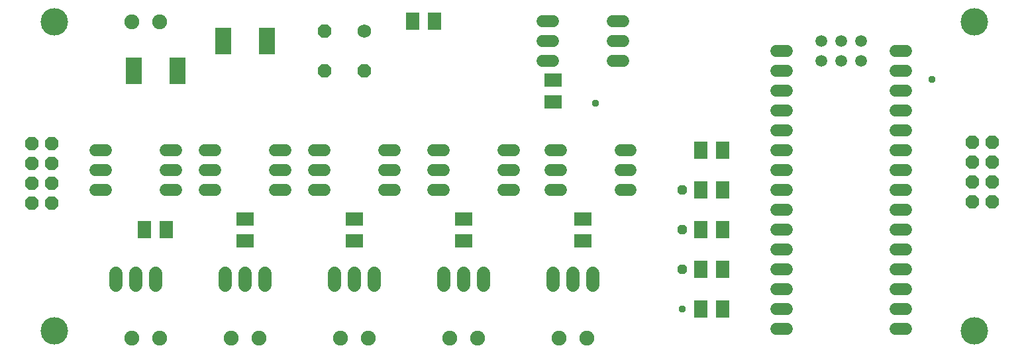
<source format=gbr>
G04 EAGLE Gerber RS-274X export*
G75*
%MOMM*%
%FSLAX34Y34*%
%LPD*%
%INSoldermask Top*%
%IPPOS*%
%AMOC8*
5,1,8,0,0,1.08239X$1,22.5*%
G01*
%ADD10C,3.503200*%
%ADD11C,1.727200*%
%ADD12P,1.869504X8X292.500000*%
%ADD13P,1.869504X8X112.500000*%
%ADD14P,1.869504X8X202.500000*%
%ADD15C,1.524000*%
%ADD16R,1.803200X2.203200*%
%ADD17R,2.203200X1.803200*%
%ADD18R,2.003200X3.403200*%
%ADD19C,1.727200*%
%ADD20C,1.511200*%
%ADD21C,1.511200*%
%ADD22C,1.903200*%
%ADD23C,0.959600*%
%ADD24P,1.302332X8X22.500000*%


D10*
X48000Y444000D03*
X48000Y48000D03*
X1224000Y48000D03*
X1224000Y444000D03*
D11*
X444500Y431800D03*
D12*
X444500Y381000D03*
D13*
X393700Y381000D03*
D14*
X393700Y431800D03*
D15*
X114300Y279400D02*
X101092Y279400D01*
X101092Y254000D02*
X114300Y254000D01*
X190500Y254000D02*
X203708Y254000D01*
X203708Y279400D02*
X190500Y279400D01*
X114300Y228600D02*
X101092Y228600D01*
X190500Y228600D02*
X203708Y228600D01*
X672592Y444500D02*
X685800Y444500D01*
X685800Y419100D02*
X672592Y419100D01*
X762000Y419100D02*
X775208Y419100D01*
X775208Y444500D02*
X762000Y444500D01*
X685800Y393700D02*
X672592Y393700D01*
X762000Y393700D02*
X775208Y393700D01*
X695800Y279400D02*
X682592Y279400D01*
X682592Y254000D02*
X695800Y254000D01*
X772000Y254000D02*
X785208Y254000D01*
X785208Y279400D02*
X772000Y279400D01*
X695800Y228600D02*
X682592Y228600D01*
X772000Y228600D02*
X785208Y228600D01*
X254000Y279400D02*
X240792Y279400D01*
X240792Y254000D02*
X254000Y254000D01*
X330200Y254000D02*
X343408Y254000D01*
X343408Y279400D02*
X330200Y279400D01*
X254000Y228600D02*
X240792Y228600D01*
X330200Y228600D02*
X343408Y228600D01*
X380492Y279400D02*
X393700Y279400D01*
X393700Y254000D02*
X380492Y254000D01*
X469900Y254000D02*
X483108Y254000D01*
X483108Y279400D02*
X469900Y279400D01*
X393700Y228600D02*
X380492Y228600D01*
X469900Y228600D02*
X483108Y228600D01*
X532892Y279400D02*
X546100Y279400D01*
X546100Y254000D02*
X532892Y254000D01*
X622300Y254000D02*
X635508Y254000D01*
X635508Y279400D02*
X622300Y279400D01*
X546100Y228600D02*
X532892Y228600D01*
X622300Y228600D02*
X635508Y228600D01*
D16*
X534700Y444500D03*
X506700Y444500D03*
X875000Y127000D03*
X903000Y127000D03*
D17*
X571500Y163800D03*
X571500Y191800D03*
D16*
X875000Y177800D03*
X903000Y177800D03*
D17*
X723900Y163800D03*
X723900Y191800D03*
D16*
X875000Y228600D03*
X903000Y228600D03*
D18*
X264100Y419100D03*
X320100Y419100D03*
D17*
X685800Y369600D03*
X685800Y341600D03*
D16*
X163800Y177800D03*
X191800Y177800D03*
D18*
X149800Y381000D03*
X205800Y381000D03*
D16*
X875000Y76200D03*
X903000Y76200D03*
D17*
X292100Y163800D03*
X292100Y191800D03*
D16*
X875000Y279400D03*
X903000Y279400D03*
D17*
X431800Y163800D03*
X431800Y191800D03*
D19*
X177800Y121920D02*
X177800Y106680D01*
X152400Y106680D02*
X152400Y121920D01*
X127000Y121920D02*
X127000Y106680D01*
X736600Y106680D02*
X736600Y121920D01*
X711200Y121920D02*
X711200Y106680D01*
X685800Y106680D02*
X685800Y121920D01*
X317500Y121920D02*
X317500Y106680D01*
X292100Y106680D02*
X292100Y121920D01*
X266700Y121920D02*
X266700Y106680D01*
X457200Y106680D02*
X457200Y121920D01*
X431800Y121920D02*
X431800Y106680D01*
X406400Y106680D02*
X406400Y121920D01*
X596900Y121920D02*
X596900Y106680D01*
X571500Y106680D02*
X571500Y121920D01*
X546100Y121920D02*
X546100Y106680D01*
D20*
X971360Y406400D02*
X984440Y406400D01*
X984440Y381000D02*
X971360Y381000D01*
X971360Y355600D02*
X984440Y355600D01*
X984440Y330200D02*
X971360Y330200D01*
X971360Y304800D02*
X984440Y304800D01*
X984440Y279400D02*
X971360Y279400D01*
X971360Y254000D02*
X984440Y254000D01*
X984440Y228600D02*
X971360Y228600D01*
X971360Y203200D02*
X984440Y203200D01*
X984440Y177800D02*
X971360Y177800D01*
X971360Y152400D02*
X984440Y152400D01*
X984440Y127000D02*
X971360Y127000D01*
X1123760Y406400D02*
X1136840Y406400D01*
X1136840Y381000D02*
X1123760Y381000D01*
X1123760Y355600D02*
X1136840Y355600D01*
X1136840Y203200D02*
X1123760Y203200D01*
X1123760Y177800D02*
X1136840Y177800D01*
X1136840Y152400D02*
X1123760Y152400D01*
X1123760Y127000D02*
X1136840Y127000D01*
X1136840Y50800D02*
X1123760Y50800D01*
X984440Y50800D02*
X971360Y50800D01*
X971360Y76200D02*
X984440Y76200D01*
X984440Y101600D02*
X971360Y101600D01*
X1123760Y76200D02*
X1136840Y76200D01*
X1136840Y101600D02*
X1123760Y101600D01*
X1123760Y330200D02*
X1136840Y330200D01*
D21*
X1079500Y393700D03*
X1054100Y393700D03*
X1028700Y393700D03*
D20*
X1123760Y228600D02*
X1136840Y228600D01*
X1136840Y254000D02*
X1123760Y254000D01*
X1123760Y279400D02*
X1136840Y279400D01*
X1136840Y304800D02*
X1123760Y304800D01*
D21*
X1079500Y419100D03*
X1054100Y419100D03*
X1028700Y419100D03*
D13*
X44800Y211900D03*
X44800Y237300D03*
X44800Y262700D03*
X44800Y288100D03*
X19400Y211900D03*
X19400Y237300D03*
X19400Y262700D03*
X19400Y288100D03*
D22*
X182600Y39100D03*
X147600Y39100D03*
X147600Y443500D03*
X182600Y443500D03*
X728700Y39100D03*
X693700Y39100D03*
X309600Y39100D03*
X274600Y39100D03*
X449300Y39100D03*
X414300Y39100D03*
X589000Y39100D03*
X554000Y39100D03*
D13*
X1221900Y213200D03*
X1221900Y238600D03*
X1221900Y264000D03*
X1221900Y289400D03*
X1247300Y213200D03*
X1247300Y238600D03*
X1247300Y264000D03*
X1247300Y289400D03*
D23*
X1170000Y370000D03*
X740000Y340000D03*
X850900Y76200D03*
D24*
X850900Y127000D03*
X850900Y177800D03*
X850900Y228600D03*
M02*

</source>
